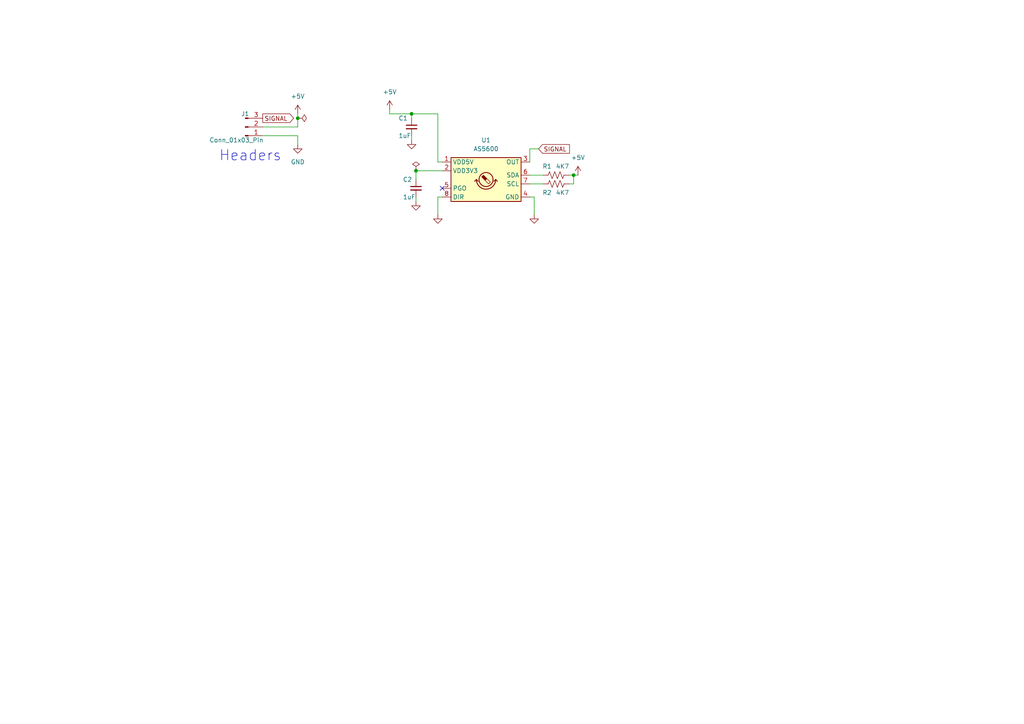
<source format=kicad_sch>
(kicad_sch (version 20231120) (generator "eeschema") (generator_version "8.0")
  (paper "A4")
  (lib_symbols
    (symbol "Connector:Conn_01x03_Pin" (pin_names (offset 1.016) hide)
      (property "Reference" "J" (at 0 5.08 0))
      (property "Value" "Conn_01x03_Pin" (at 0 -5.08 0))
      (symbol "Conn_01x03_Pin_1_1"
        (polyline (pts (xy 1.27 -2.54) (xy 0.8636 -2.54)) (stroke (width 0.1524)))
        (polyline (pts (xy 1.27 0) (xy 0.8636 0)) (stroke (width 0.1524)))
        (polyline (pts (xy 1.27 2.54) (xy 0.8636 2.54)) (stroke (width 0.1524)))
        (rectangle (start 0.8636 -2.413) (end 0 -2.667) (stroke (width 0.1524)) (fill (type outline)))
        (rectangle (start 0.8636 0.127) (end 0 -0.127) (stroke (width 0.1524)) (fill (type outline)))
        (rectangle (start 0.8636 2.667) (end 0 2.413) (stroke (width 0.1524)) (fill (type outline)))
        (pin passive line (at 5.08 2.54 180) (length 3.81) (name "Pin_1") (number "1"))
        (pin passive line (at 5.08 0 180) (length 3.81) (name "Pin_2") (number "2"))
        (pin passive line (at 5.08 -2.54 180) (length 3.81) (name "Pin_3") (number "3"))
      )
    )
    (symbol "Device:C_Small" (pin_numbers hide) (pin_names (offset 0.254) hide)
      (property "Reference" "C" (at 0.254 1.778 0))
      (property "Value" "C_Small" (at 0.254 -2.032 0))
      (symbol "C_Small_0_1"
        (polyline (pts (xy -1.524 -0.508) (xy 1.524 -0.508)) (stroke (width 0.3302)))
        (polyline (pts (xy -1.524 0.508) (xy 1.524 0.508)) (stroke (width 0.3048)))
      )
      (symbol "C_Small_1_1"
        (pin passive line (at 0 2.54 270) (length 2.032) (name "~") (number "1"))
        (pin passive line (at 0 -2.54 90) (length 2.032) (name "~") (number "2"))
      )
    )
    (symbol "Device:R_US" (pin_numbers hide) (pin_names (offset 0))
      (property "Reference" "R" (at 2.54 0 90))
      (property "Value" "R_US" (at -2.54 0 90))
      (symbol "R_US_0_1"
        (polyline (pts (xy 0 -2.286) (xy 0 -2.54)))
        (polyline (pts (xy 0 2.286) (xy 0 2.54)))
        (polyline (pts (xy 0 -0.762) (xy 1.016 -1.143) (xy 0 -1.524) (xy -1.016 -1.905) (xy 0 -2.286)))
        (polyline (pts (xy 0 0.762) (xy 1.016 0.381) (xy 0 0) (xy -1.016 -0.381) (xy 0 -0.762)))
        (polyline (pts (xy 0 2.286) (xy 1.016 1.905) (xy 0 1.524) (xy -1.016 1.143) (xy 0 0.762)))
      )
      (symbol "R_US_1_1"
        (pin passive line (at 0 3.81 270) (length 1.27) (name "~") (number "1"))
        (pin passive line (at 0 -3.81 90) (length 1.27) (name "~") (number "2"))
      )
    )
    (symbol "EncoderClone:AS5600"
      (property "Reference" "U" (at -8.89 7.62 0))
      (property "Value" "AS5600" (at 6.35 7.62 0))
      (symbol "AS5600_0_1"
        (rectangle (start -10.16 6.35) (end 10.16 -6.35) (stroke (width 0.254)) (fill (type background)))
        (arc (start -2.794 0) (mid 0 -2.7819) (end 2.794 0) (stroke (width 0.254)))
        (polyline (pts (xy -2.794 0) (xy -3.302 -0.508)) (stroke (width 0.254)))
        (polyline (pts (xy -2.794 0) (xy -2.286 -0.508)) (stroke (width 0.254)))
        (polyline (pts (xy 2.794 0) (xy 2.286 -0.508)) (stroke (width 0.254)))
        (polyline (pts (xy 2.794 0) (xy 3.302 -0.508)) (stroke (width 0.254)))
      )
      (symbol "AS5600_1_1"
        (polyline (pts (xy 0.254 0.254) (xy 1.27 -0.762) (xy 0.762 -1.27) (xy -0.254 -0.254)))
        (polyline (pts (xy -0.762 1.27) (xy 0.254 0.254) (xy -0.254 -0.254) (xy -1.27 0.762) (xy -1.016 1.016) (xy -0.762 1.27) (xy -0.635 1.143)) (fill (type outline)))
        (circle (center 0 0) (radius 2.032) (stroke (width 0.254)))
        (pin power_in line (at -12.7 5.08 0) (length 2.54) (name "VDD5V") (number "1"))
        (pin power_in line (at -12.7 2.54 0) (length 2.54) (name "VDD3V3") (number "2"))
        (pin output line (at 12.7 5.08 180) (length 2.54) (name "OUT") (number "3"))
        (pin power_out line (at 12.7 -5.08 180) (length 2.54) (name "GND") (number "4"))
        (pin input line (at -12.7 -2.54 0) (length 2.54) (name "PGO") (number "5"))
        (pin bidirectional line (at 12.7 1.27 180) (length 2.54) (name "SDA") (number "6"))
        (pin input line (at 12.7 -1.27 180) (length 2.54) (name "SCL") (number "7"))
        (pin input line (at -12.7 -5.08 0) (length 2.54) (name "DIR") (number "8"))
      )
    )
    (symbol "power:+5V" (power) (pin_names (offset 0))
      (property "Value" "+5V" (at 0 3.556 0))
      (symbol "+5V_0_1"
        (polyline (pts (xy -0.762 1.27) (xy 0 2.54)))
        (polyline (pts (xy 0 0) (xy 0 2.54)))
        (polyline (pts (xy 0 2.54) (xy 0.762 1.27)))
      )
      (symbol "+5V_1_1"
        (pin power_in line (at 0 0 90) (length 0) hide (name "+5V") (number "1"))
      )
    )
    (symbol "power:GND" (power) (pin_names (offset 0))
      (property "Value" "GND" (at 0 -3.81 0))
      (symbol "GND_0_1"
        (polyline (pts (xy 0 0) (xy 0 -1.27) (xy 1.27 -1.27) (xy 0 -2.54) (xy -1.27 -1.27) (xy 0 -1.27)))
      )
      (symbol "GND_1_1"
        (pin power_in line (at 0 0 270) (length 0) hide (name "GND") (number "1"))
      )
    )
    (symbol "power:PWR_FLAG" (power) (pin_numbers hide) (pin_names (offset 0) hide)
      (property "Value" "PWR_FLAG" (at 0 3.81 0))
      (symbol "PWR_FLAG_0_0"
        (pin power_out line (at 0 0 90) (length 0) (name "pwr") (number "1"))
      )
      (symbol "PWR_FLAG_0_1"
        (polyline (pts (xy 0 0) (xy 0 1.27) (xy -1.016 1.905) (xy 0 2.54) (xy 1.016 1.905) (xy 0 1.27)))
      )
    )
  )
  (junction (at 120.65 49.53))
  (junction (at 86.36 34.29))
  (junction (at 166.37 50.8))
  (junction (at 119.38 33.02))
  (no_connect (at 128.27 54.61))
  (wire (pts (xy 128.27 57.15) (xy 127 57.15)))
  (wire (pts (xy 127 57.15) (xy 127 62.23)))
  (wire (pts (xy 86.36 36.83) (xy 86.36 34.29)))
  (wire (pts (xy 153.67 43.18) (xy 156.21 43.18)))
  (wire (pts (xy 153.67 43.18) (xy 153.67 46.99)))
  (wire (pts (xy 166.37 50.8) (xy 167.64 50.8)))
  (wire (pts (xy 113.03 33.02) (xy 119.38 33.02)))
  (wire (pts (xy 86.36 34.29) (xy 86.36 33.02)))
  (wire (pts (xy 119.38 39.37) (xy 119.38 40.64)))
  (wire (pts (xy 153.67 50.8) (xy 157.48 50.8)))
  (wire (pts (xy 120.65 49.53) (xy 120.65 52.07)))
  (wire (pts (xy 166.37 50.8) (xy 165.1 50.8)))
  (wire (pts (xy 120.65 57.15) (xy 120.65 58.42)))
  (wire (pts (xy 154.94 57.15) (xy 153.67 57.15)))
  (wire (pts (xy 113.03 31.75) (xy 113.03 33.02)))
  (wire (pts (xy 127 33.02) (xy 127 46.99)))
  (wire (pts (xy 127 33.02) (xy 119.38 33.02)))
  (wire (pts (xy 86.36 41.91) (xy 86.36 39.37)))
  (wire (pts (xy 120.65 49.53) (xy 128.27 49.53)))
  (wire (pts (xy 127 46.99) (xy 128.27 46.99)))
  (wire (pts (xy 166.37 50.8) (xy 166.37 53.34)))
  (wire (pts (xy 153.67 53.34) (xy 157.48 53.34)))
  (wire (pts (xy 154.94 62.23) (xy 154.94 57.15)))
  (wire (pts (xy 76.2 36.83) (xy 86.36 36.83)))
  (wire (pts (xy 86.36 39.37) (xy 76.2 39.37)))
  (wire (pts (xy 166.37 53.34) (xy 165.1 53.34)))
  (wire (pts (xy 119.38 33.02) (xy 119.38 34.29)))
  (text "Headers" (at 63.5 46.99 0) (effects (font (size 3 3)) (justify left bottom)))
  (global_label "SIGNAL" (shape output) (at 76.2 34.29 0) (property "Intersheetrefs" "${INTERSHEET_REFS}" (effects (hide yes))))
  (global_label "SIGNAL" (shape input) (at 156.21 43.18 0) (property "Intersheetrefs" "${INTERSHEET_REFS}" (effects (hide yes))))
  (symbol (lib_id "Connector:Conn_01x03_Pin") (at 71.12 36.83 0) (mirror x) (unit 1)
    (property "Reference" "J1" (at 71.12 33.02 0))
    (property "Value" "Conn_01x03_Pin" (at 68.58 40.64 0))
    (property "Footprint" "Connector_PinHeader_2.54mm:PinHeader_1x03_P2.54mm_Horizontal" (effects (hide yes)))
    (property "MPN" "C2883841" (effects (hide yes)))
  )
  (symbol (lib_id "power:GND") (at 127 62.23 0) (unit 1)
    (property "Reference" "#PWR06" (effects (hide yes)))
    (property "Value" "GND" (effects (hide yes)))
  )
  (symbol (lib_id "EncoderClone:AS5600") (at 140.97 52.07 0) (unit 1)
    (property "Reference" "U1" (at 140.97 40.64 0))
    (property "Value" "AS5600" (at 140.97 43.18 0))
    (property "Footprint" "Package_SO:SOIC-8_3.9x4.9mm_P1.27mm" (effects (hide yes)))
    (property "Datasheet" "https://www.lcsc.com/datasheet/lcsc_datasheet_2304140030_AMS-AS5600-ASOT_C499458.pdf" (effects (hide yes)))
    (property "MPN" "C499458" (effects (hide yes)))
    (property "JLCPCB Part #" "C499458" (effects (hide yes)))
  )
  (symbol (lib_id "power:PWR_FLAG") (at 120.65 49.53 0) (unit 1)
    (property "Reference" "#FLG02" (effects (hide yes)))
    (property "Value" "PWR_FLAG" (effects (hide yes)))
  )
  (symbol (lib_id "power:GND") (at 154.94 62.23 0) (unit 1)
    (property "Reference" "#PWR07" (effects (hide yes)))
    (property "Value" "GND" (effects (hide yes)))
  )
  (symbol (lib_id "power:+5V") (at 113.03 31.75 0) (unit 1)
    (property "Reference" "#PWR03" (effects (hide yes)))
    (property "Value" "+5V" (at 113.03 26.67 0))
  )
  (symbol (lib_id "Device:R_US") (at 161.29 53.34 90) (unit 1)
    (property "Reference" "R2" (at 160.02 55.88 90) (effects (justify left)))
    (property "Value" "4K7" (at 165.1 55.88 90) (effects (justify left)))
    (property "Footprint" "Resistor_SMD:R_0402_1005Metric_Pad0.72x0.64mm_HandSolder" (effects (hide yes)))
    (property "MPN" "C2692735" (effects (hide yes)))
    (property "JLCPCB Part #" "C25900" (effects (hide yes)))
  )
  (symbol (lib_id "Device:R_US") (at 161.29 50.8 90) (unit 1)
    (property "Reference" "R1" (at 160.02 48.26 90) (effects (justify left)))
    (property "Value" "4K7" (at 165.1 48.26 90) (effects (justify left)))
    (property "Footprint" "Resistor_SMD:R_0402_1005Metric_Pad0.72x0.64mm_HandSolder" (effects (hide yes)))
    (property "MPN" "C2692735" (effects (hide yes)))
    (property "JLCPCB Part #" "C25900" (effects (hide yes)))
  )
  (symbol (lib_id "power:+5V") (at 86.36 33.02 0) (unit 1)
    (property "Reference" "#PWR01" (effects (hide yes)))
    (property "Value" "+5V" (at 86.36 27.94 0))
  )
  (symbol (lib_id "power:PWR_FLAG") (at 86.36 34.29 270) (unit 1)
    (property "Reference" "#FLG01" (effects (hide yes)))
    (property "Value" "PWR_FLAG" (effects (hide yes)))
  )
  (symbol (lib_id "Device:C_Small") (at 120.65 54.61 0) (unit 1)
    (property "Reference" "C2" (at 116.84 52.07 0) (effects (justify left)))
    (property "Value" "1uF" (at 116.84 57.15 0) (effects (justify left)))
    (property "Footprint" "Capacitor_SMD:C_0402_1005Metric_Pad0.74x0.62mm_HandSolder" (effects (hide yes)))
    (property "MPN" "C908010" (effects (hide yes)))
    (property "JLCPCB Part #" "C5189823" (effects (hide yes)))
  )
  (symbol (lib_id "power:+5V") (at 167.64 50.8 0) (unit 1)
    (property "Reference" "#PWR08" (effects (hide yes)))
    (property "Value" "+5V" (at 167.64 45.72 0))
  )
  (symbol (lib_id "Device:C_Small") (at 119.38 36.83 0) (unit 1)
    (property "Reference" "C1" (at 115.57 34.29 0) (effects (justify left)))
    (property "Value" "1uF" (at 115.57 39.37 0) (effects (justify left)))
    (property "Footprint" "Capacitor_SMD:C_0402_1005Metric_Pad0.74x0.62mm_HandSolder" (effects (hide yes)))
    (property "MPN" "C908010" (effects (hide yes)))
    (property "JLCPCB Part #" "C5189823" (effects (hide yes)))
  )
  (symbol (lib_id "power:GND") (at 86.36 41.91 0) (unit 1)
    (property "Reference" "#PWR02" (effects (hide yes)))
    (property "Value" "GND" (at 86.36 46.99 0))
  )
  (symbol (lib_id "power:GND") (at 120.65 58.42 0) (unit 1)
    (property "Reference" "#PWR05" (effects (hide yes)))
    (property "Value" "GND" (effects (hide yes)))
  )
  (symbol (lib_id "power:GND") (at 119.38 40.64 0) (unit 1)
    (property "Reference" "#PWR04" (effects (hide yes)))
    (property "Value" "GND" (effects (hide yes)))
  )
)
</source>
